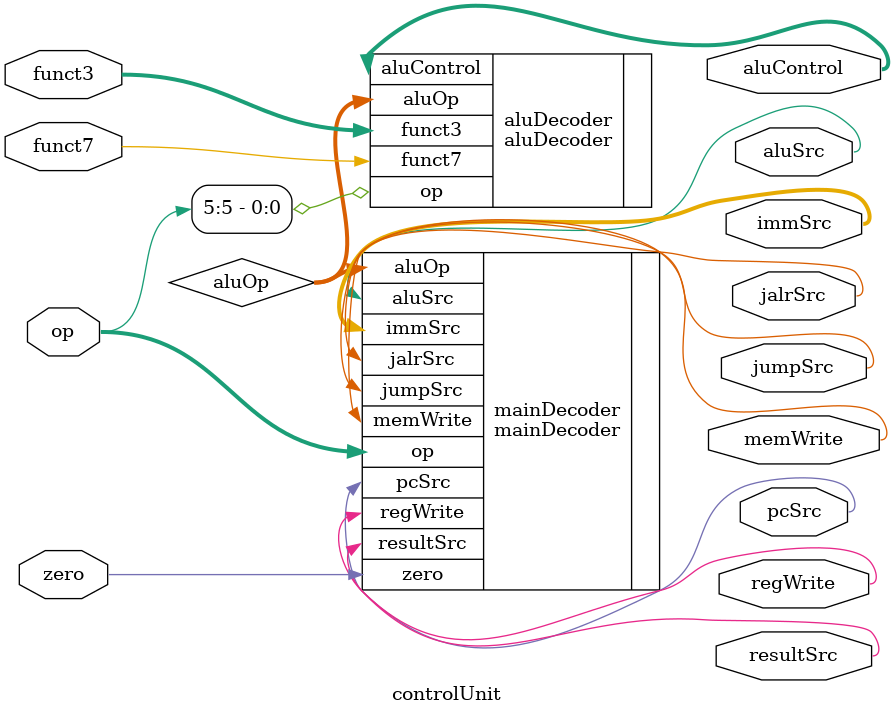
<source format=sv>
module controlUnit(
    input   logic [6:0] op,
    input   logic [2:0] funct3,
    input   logic       funct7,
    input   logic       zero,
    output  logic       pcSrc,
    output  logic       jumpSrc,
    output  logic       jalrSrc,
    output  logic       resultSrc,
    output  logic       memWrite,
    output  logic [2:0] aluControl,
    output  logic       aluSrc,
    output  logic [1:0] immSrc,
    output  logic       regWrite
);

    logic [1:0] aluOp;

    mainDecoder mainDecoder (
        .op(op),
        .zero(zero),
        .pcSrc(pcSrc),
        .jumpSrc(jumpSrc),
        .jalrSrc(jalrSrc),
        .resultSrc(resultSrc),
        .memWrite(memWrite),
        .aluSrc(aluSrc),
        .immSrc(immSrc),
        .regWrite(regWrite),
        .aluOp(aluOp)
    );

    aluDecoder aluDecoder (
        .op(op[5]),
        .aluOp(aluOp),
        .funct3(funct3),
        .funct7(funct7),
        .aluControl(aluControl)
    );
    
endmodule

</source>
